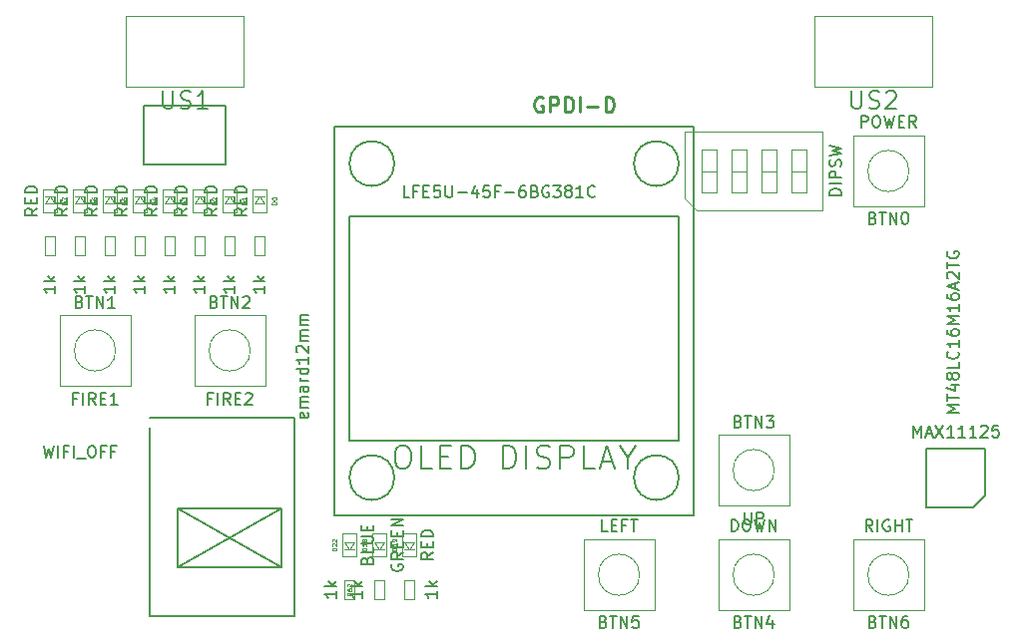
<source format=gbr>
G04 #@! TF.FileFunction,Other,Fab,Top*
%FSLAX46Y46*%
G04 Gerber Fmt 4.6, Leading zero omitted, Abs format (unit mm)*
G04 Created by KiCad (PCBNEW 4.0.7+dfsg1-1) date Mon Jan  8 20:14:45 2018*
%MOMM*%
%LPD*%
G01*
G04 APERTURE LIST*
%ADD10C,0.100000*%
%ADD11C,0.150000*%
%ADD12C,0.075000*%
%ADD13C,0.254000*%
G04 APERTURE END LIST*
D10*
X127990000Y-108880000D02*
X128790000Y-108880000D01*
X127990000Y-110480000D02*
X127990000Y-108880000D01*
X128790000Y-110480000D02*
X127990000Y-110480000D01*
X128790000Y-108880000D02*
X128790000Y-110480000D01*
X131330000Y-110480000D02*
X130530000Y-110480000D01*
X131330000Y-108880000D02*
X131330000Y-110480000D01*
X130530000Y-108880000D02*
X131330000Y-108880000D01*
X130530000Y-110480000D02*
X130530000Y-108880000D01*
X116880000Y-60925000D02*
X116880000Y-66925000D01*
X106880000Y-60925000D02*
X116880000Y-60925000D01*
X106880000Y-66925000D02*
X106880000Y-60925000D01*
X116880000Y-66925000D02*
X106880000Y-66925000D01*
X175300000Y-60925000D02*
X175300000Y-66925000D01*
X165300000Y-60925000D02*
X175300000Y-60925000D01*
X165300000Y-66925000D02*
X165300000Y-60925000D01*
X175300000Y-66925000D02*
X165300000Y-66925000D01*
X118630000Y-81270000D02*
X117830000Y-81270000D01*
X118630000Y-79670000D02*
X118630000Y-81270000D01*
X117830000Y-79670000D02*
X118630000Y-79670000D01*
X117830000Y-81270000D02*
X117830000Y-79670000D01*
X116090000Y-81270000D02*
X115290000Y-81270000D01*
X116090000Y-79670000D02*
X116090000Y-81270000D01*
X115290000Y-79670000D02*
X116090000Y-79670000D01*
X115290000Y-81270000D02*
X115290000Y-79670000D01*
X113550000Y-81270000D02*
X112750000Y-81270000D01*
X113550000Y-79670000D02*
X113550000Y-81270000D01*
X112750000Y-79670000D02*
X113550000Y-79670000D01*
X112750000Y-81270000D02*
X112750000Y-79670000D01*
X111010000Y-81270000D02*
X110210000Y-81270000D01*
X111010000Y-79670000D02*
X111010000Y-81270000D01*
X110210000Y-79670000D02*
X111010000Y-79670000D01*
X110210000Y-81270000D02*
X110210000Y-79670000D01*
X108470000Y-81270000D02*
X107670000Y-81270000D01*
X108470000Y-79670000D02*
X108470000Y-81270000D01*
X107670000Y-79670000D02*
X108470000Y-79670000D01*
X107670000Y-81270000D02*
X107670000Y-79670000D01*
X105930000Y-81270000D02*
X105130000Y-81270000D01*
X105930000Y-79670000D02*
X105930000Y-81270000D01*
X105130000Y-79670000D02*
X105930000Y-79670000D01*
X105130000Y-81270000D02*
X105130000Y-79670000D01*
X103390000Y-81270000D02*
X102590000Y-81270000D01*
X103390000Y-79670000D02*
X103390000Y-81270000D01*
X102590000Y-79670000D02*
X103390000Y-79670000D01*
X102590000Y-81270000D02*
X102590000Y-79670000D01*
X100850000Y-81270000D02*
X100050000Y-81270000D01*
X100850000Y-79670000D02*
X100850000Y-81270000D01*
X100050000Y-79670000D02*
X100850000Y-79670000D01*
X100050000Y-81270000D02*
X100050000Y-79670000D01*
D11*
X178785000Y-102655000D02*
X174785000Y-102655000D01*
X174785000Y-102655000D02*
X174785000Y-97655000D01*
X174785000Y-97655000D02*
X179785000Y-97655000D01*
X179785000Y-97655000D02*
X179785000Y-101655000D01*
X179785000Y-101655000D02*
X178785000Y-102655000D01*
X153790000Y-73485000D02*
G75*
G03X153790000Y-73485000I-1905000J0D01*
G01*
X129660000Y-73485000D02*
G75*
G03X129660000Y-73485000I-1905000J0D01*
G01*
X129660000Y-100155000D02*
G75*
G03X129660000Y-100155000I-1905000J0D01*
G01*
X153790000Y-100155000D02*
G75*
G03X153790000Y-100155000I-1905000J0D01*
G01*
X153790000Y-77930000D02*
X153790000Y-96980000D01*
X125850000Y-77930000D02*
X153790000Y-77930000D01*
X125850000Y-96980000D02*
X125850000Y-77930000D01*
X153790000Y-96980000D02*
X125850000Y-96980000D01*
X155060000Y-70310000D02*
X155060000Y-103330000D01*
X124580000Y-70310000D02*
X155060000Y-70310000D01*
X124580000Y-103330000D02*
X124580000Y-70310000D01*
X155060000Y-103330000D02*
X124580000Y-103330000D01*
D10*
X174570000Y-77120000D02*
X174570000Y-71120000D01*
X174570000Y-71120000D02*
X168570000Y-71120000D01*
X168570000Y-71120000D02*
X168570000Y-77120000D01*
X168570000Y-77120000D02*
X174570000Y-77120000D01*
X173320714Y-74120000D02*
G75*
G03X173320714Y-74120000I-1750714J0D01*
G01*
X101260000Y-86360000D02*
X101260000Y-92360000D01*
X101260000Y-92360000D02*
X107260000Y-92360000D01*
X107260000Y-92360000D02*
X107260000Y-86360000D01*
X107260000Y-86360000D02*
X101260000Y-86360000D01*
X106010714Y-89360000D02*
G75*
G03X106010714Y-89360000I-1750714J0D01*
G01*
X112690000Y-86360000D02*
X112690000Y-92360000D01*
X112690000Y-92360000D02*
X118690000Y-92360000D01*
X118690000Y-92360000D02*
X118690000Y-86360000D01*
X118690000Y-86360000D02*
X112690000Y-86360000D01*
X117440714Y-89360000D02*
G75*
G03X117440714Y-89360000I-1750714J0D01*
G01*
X157140000Y-96520000D02*
X157140000Y-102520000D01*
X157140000Y-102520000D02*
X163140000Y-102520000D01*
X163140000Y-102520000D02*
X163140000Y-96520000D01*
X163140000Y-96520000D02*
X157140000Y-96520000D01*
X161890714Y-99520000D02*
G75*
G03X161890714Y-99520000I-1750714J0D01*
G01*
X163140000Y-111410000D02*
X163140000Y-105410000D01*
X163140000Y-105410000D02*
X157140000Y-105410000D01*
X157140000Y-105410000D02*
X157140000Y-111410000D01*
X157140000Y-111410000D02*
X163140000Y-111410000D01*
X161890714Y-108410000D02*
G75*
G03X161890714Y-108410000I-1750714J0D01*
G01*
X151710000Y-111410000D02*
X151710000Y-105410000D01*
X151710000Y-105410000D02*
X145710000Y-105410000D01*
X145710000Y-105410000D02*
X145710000Y-111410000D01*
X145710000Y-111410000D02*
X151710000Y-111410000D01*
X150460714Y-108410000D02*
G75*
G03X150460714Y-108410000I-1750714J0D01*
G01*
X174570000Y-111410000D02*
X174570000Y-105410000D01*
X174570000Y-105410000D02*
X168570000Y-105410000D01*
X168570000Y-105410000D02*
X168570000Y-111410000D01*
X168570000Y-111410000D02*
X174570000Y-111410000D01*
X173320714Y-108410000D02*
G75*
G03X173320714Y-108410000I-1750714J0D01*
G01*
X154280000Y-76460000D02*
X154280000Y-70780000D01*
X154280000Y-70780000D02*
X166000000Y-70780000D01*
X166000000Y-70780000D02*
X166000000Y-77460000D01*
X166000000Y-77460000D02*
X155280000Y-77460000D01*
X155280000Y-77460000D02*
X154280000Y-76460000D01*
X155695000Y-75930000D02*
X156965000Y-75930000D01*
X156965000Y-75930000D02*
X156965000Y-72310000D01*
X156965000Y-72310000D02*
X155695000Y-72310000D01*
X155695000Y-72310000D02*
X155695000Y-75930000D01*
X155695000Y-74120000D02*
X156965000Y-74120000D01*
X158235000Y-75930000D02*
X159505000Y-75930000D01*
X159505000Y-75930000D02*
X159505000Y-72310000D01*
X159505000Y-72310000D02*
X158235000Y-72310000D01*
X158235000Y-72310000D02*
X158235000Y-75930000D01*
X158235000Y-74120000D02*
X159505000Y-74120000D01*
X160775000Y-75930000D02*
X162045000Y-75930000D01*
X162045000Y-75930000D02*
X162045000Y-72310000D01*
X162045000Y-72310000D02*
X160775000Y-72310000D01*
X160775000Y-72310000D02*
X160775000Y-75930000D01*
X160775000Y-74120000D02*
X162045000Y-74120000D01*
X163315000Y-75930000D02*
X164585000Y-75930000D01*
X164585000Y-75930000D02*
X164585000Y-72310000D01*
X164585000Y-72310000D02*
X163315000Y-72310000D01*
X163315000Y-72310000D02*
X163315000Y-75930000D01*
X163315000Y-74120000D02*
X164585000Y-74120000D01*
X125450000Y-106270000D02*
X126250000Y-106270000D01*
X125850000Y-106270000D02*
X125450000Y-105670000D01*
X126250000Y-105670000D02*
X125850000Y-106270000D01*
X125450000Y-105670000D02*
X126250000Y-105670000D01*
X126450000Y-104870000D02*
X126450000Y-106870000D01*
X125250000Y-104870000D02*
X126450000Y-104870000D01*
X125250000Y-106870000D02*
X125250000Y-104870000D01*
X126450000Y-106870000D02*
X125250000Y-106870000D01*
X125450000Y-108880000D02*
X126250000Y-108880000D01*
X125450000Y-110480000D02*
X125450000Y-108880000D01*
X126250000Y-110480000D02*
X125450000Y-110480000D01*
X126250000Y-108880000D02*
X126250000Y-110480000D01*
X127990000Y-106270000D02*
X128790000Y-106270000D01*
X128390000Y-106270000D02*
X127990000Y-105670000D01*
X128790000Y-105670000D02*
X128390000Y-106270000D01*
X127990000Y-105670000D02*
X128790000Y-105670000D01*
X128990000Y-104870000D02*
X128990000Y-106870000D01*
X127790000Y-104870000D02*
X128990000Y-104870000D01*
X127790000Y-106870000D02*
X127790000Y-104870000D01*
X128990000Y-106870000D02*
X127790000Y-106870000D01*
X118630000Y-76260000D02*
X117830000Y-76260000D01*
X118230000Y-76260000D02*
X118630000Y-76860000D01*
X117830000Y-76860000D02*
X118230000Y-76260000D01*
X118630000Y-76860000D02*
X117830000Y-76860000D01*
X117630000Y-77660000D02*
X117630000Y-75660000D01*
X118830000Y-77660000D02*
X117630000Y-77660000D01*
X118830000Y-75660000D02*
X118830000Y-77660000D01*
X117630000Y-75660000D02*
X118830000Y-75660000D01*
X116090000Y-76260000D02*
X115290000Y-76260000D01*
X115690000Y-76260000D02*
X116090000Y-76860000D01*
X115290000Y-76860000D02*
X115690000Y-76260000D01*
X116090000Y-76860000D02*
X115290000Y-76860000D01*
X115090000Y-77660000D02*
X115090000Y-75660000D01*
X116290000Y-77660000D02*
X115090000Y-77660000D01*
X116290000Y-75660000D02*
X116290000Y-77660000D01*
X115090000Y-75660000D02*
X116290000Y-75660000D01*
X113550000Y-76260000D02*
X112750000Y-76260000D01*
X113150000Y-76260000D02*
X113550000Y-76860000D01*
X112750000Y-76860000D02*
X113150000Y-76260000D01*
X113550000Y-76860000D02*
X112750000Y-76860000D01*
X112550000Y-77660000D02*
X112550000Y-75660000D01*
X113750000Y-77660000D02*
X112550000Y-77660000D01*
X113750000Y-75660000D02*
X113750000Y-77660000D01*
X112550000Y-75660000D02*
X113750000Y-75660000D01*
X111010000Y-76260000D02*
X110210000Y-76260000D01*
X110610000Y-76260000D02*
X111010000Y-76860000D01*
X110210000Y-76860000D02*
X110610000Y-76260000D01*
X111010000Y-76860000D02*
X110210000Y-76860000D01*
X110010000Y-77660000D02*
X110010000Y-75660000D01*
X111210000Y-77660000D02*
X110010000Y-77660000D01*
X111210000Y-75660000D02*
X111210000Y-77660000D01*
X110010000Y-75660000D02*
X111210000Y-75660000D01*
X108470000Y-76260000D02*
X107670000Y-76260000D01*
X108070000Y-76260000D02*
X108470000Y-76860000D01*
X107670000Y-76860000D02*
X108070000Y-76260000D01*
X108470000Y-76860000D02*
X107670000Y-76860000D01*
X107470000Y-77660000D02*
X107470000Y-75660000D01*
X108670000Y-77660000D02*
X107470000Y-77660000D01*
X108670000Y-75660000D02*
X108670000Y-77660000D01*
X107470000Y-75660000D02*
X108670000Y-75660000D01*
X105930000Y-76260000D02*
X105130000Y-76260000D01*
X105530000Y-76260000D02*
X105930000Y-76860000D01*
X105130000Y-76860000D02*
X105530000Y-76260000D01*
X105930000Y-76860000D02*
X105130000Y-76860000D01*
X104930000Y-77660000D02*
X104930000Y-75660000D01*
X106130000Y-77660000D02*
X104930000Y-77660000D01*
X106130000Y-75660000D02*
X106130000Y-77660000D01*
X104930000Y-75660000D02*
X106130000Y-75660000D01*
X103390000Y-76260000D02*
X102590000Y-76260000D01*
X102990000Y-76260000D02*
X103390000Y-76860000D01*
X102590000Y-76860000D02*
X102990000Y-76260000D01*
X103390000Y-76860000D02*
X102590000Y-76860000D01*
X102390000Y-77660000D02*
X102390000Y-75660000D01*
X103590000Y-77660000D02*
X102390000Y-77660000D01*
X103590000Y-75660000D02*
X103590000Y-77660000D01*
X102390000Y-75660000D02*
X103590000Y-75660000D01*
X100850000Y-76260000D02*
X100050000Y-76260000D01*
X100450000Y-76260000D02*
X100850000Y-76860000D01*
X100050000Y-76860000D02*
X100450000Y-76260000D01*
X100850000Y-76860000D02*
X100050000Y-76860000D01*
X99850000Y-77660000D02*
X99850000Y-75660000D01*
X101050000Y-77660000D02*
X99850000Y-77660000D01*
X101050000Y-75660000D02*
X101050000Y-77660000D01*
X99850000Y-75660000D02*
X101050000Y-75660000D01*
X130530000Y-106270000D02*
X131330000Y-106270000D01*
X130930000Y-106270000D02*
X130530000Y-105670000D01*
X131330000Y-105670000D02*
X130930000Y-106270000D01*
X130530000Y-105670000D02*
X131330000Y-105670000D01*
X131530000Y-104870000D02*
X131530000Y-106870000D01*
X130330000Y-104870000D02*
X131530000Y-104870000D01*
X130330000Y-106870000D02*
X130330000Y-104870000D01*
X131530000Y-106870000D02*
X130330000Y-106870000D01*
D11*
X120050000Y-102800000D02*
X111250000Y-107750000D01*
X120050000Y-107750000D02*
X111250000Y-102800000D01*
X120050000Y-102800000D02*
X120050000Y-107750000D01*
X111250000Y-102800000D02*
X111250000Y-107750000D01*
X111250000Y-107750000D02*
X120050000Y-107750000D01*
X120050000Y-102800000D02*
X111250000Y-102800000D01*
X121200000Y-95100000D02*
X108900000Y-95100000D01*
X121200000Y-111900000D02*
X121200000Y-95100000D01*
X108900000Y-111900000D02*
X121200000Y-111900000D01*
X108900000Y-95950000D02*
X108900000Y-111900000D01*
X115380000Y-68572000D02*
X115380000Y-73572000D01*
X108380000Y-68572000D02*
X115380000Y-68572000D01*
X108380000Y-73572000D02*
X108380000Y-68572000D01*
X115380000Y-73572000D02*
X108380000Y-73572000D01*
X99894762Y-97448381D02*
X100132857Y-98448381D01*
X100323334Y-97734095D01*
X100513810Y-98448381D01*
X100751905Y-97448381D01*
X101132857Y-98448381D02*
X101132857Y-97448381D01*
X101942381Y-97924571D02*
X101609047Y-97924571D01*
X101609047Y-98448381D02*
X101609047Y-97448381D01*
X102085238Y-97448381D01*
X102466190Y-98448381D02*
X102466190Y-97448381D01*
X102704285Y-98543619D02*
X103466190Y-98543619D01*
X103894761Y-97448381D02*
X104085238Y-97448381D01*
X104180476Y-97496000D01*
X104275714Y-97591238D01*
X104323333Y-97781714D01*
X104323333Y-98115048D01*
X104275714Y-98305524D01*
X104180476Y-98400762D01*
X104085238Y-98448381D01*
X103894761Y-98448381D01*
X103799523Y-98400762D01*
X103704285Y-98305524D01*
X103656666Y-98115048D01*
X103656666Y-97781714D01*
X103704285Y-97591238D01*
X103799523Y-97496000D01*
X103894761Y-97448381D01*
X105085238Y-97924571D02*
X104751904Y-97924571D01*
X104751904Y-98448381D02*
X104751904Y-97448381D01*
X105228095Y-97448381D01*
X105942381Y-97924571D02*
X105609047Y-97924571D01*
X105609047Y-98448381D02*
X105609047Y-97448381D01*
X106085238Y-97448381D01*
X126942381Y-109799047D02*
X126942381Y-110370476D01*
X126942381Y-110084762D02*
X125942381Y-110084762D01*
X126085238Y-110180000D01*
X126180476Y-110275238D01*
X126228095Y-110370476D01*
X126942381Y-109370476D02*
X125942381Y-109370476D01*
X126561429Y-109275238D02*
X126942381Y-108989523D01*
X126275714Y-108989523D02*
X126656667Y-109370476D01*
X133282381Y-109799047D02*
X133282381Y-110370476D01*
X133282381Y-110084762D02*
X132282381Y-110084762D01*
X132425238Y-110180000D01*
X132520476Y-110275238D01*
X132568095Y-110370476D01*
X133282381Y-109370476D02*
X132282381Y-109370476D01*
X132901429Y-109275238D02*
X133282381Y-108989523D01*
X132615714Y-108989523D02*
X132996667Y-109370476D01*
X110022858Y-67329571D02*
X110022858Y-68543857D01*
X110094286Y-68686714D01*
X110165715Y-68758143D01*
X110308572Y-68829571D01*
X110594286Y-68829571D01*
X110737144Y-68758143D01*
X110808572Y-68686714D01*
X110880001Y-68543857D01*
X110880001Y-67329571D01*
X111522858Y-68758143D02*
X111737144Y-68829571D01*
X112094287Y-68829571D01*
X112237144Y-68758143D01*
X112308573Y-68686714D01*
X112380001Y-68543857D01*
X112380001Y-68401000D01*
X112308573Y-68258143D01*
X112237144Y-68186714D01*
X112094287Y-68115286D01*
X111808573Y-68043857D01*
X111665715Y-67972429D01*
X111594287Y-67901000D01*
X111522858Y-67758143D01*
X111522858Y-67615286D01*
X111594287Y-67472429D01*
X111665715Y-67401000D01*
X111808573Y-67329571D01*
X112165715Y-67329571D01*
X112380001Y-67401000D01*
X113808572Y-68829571D02*
X112951429Y-68829571D01*
X113380001Y-68829571D02*
X113380001Y-67329571D01*
X113237144Y-67543857D01*
X113094286Y-67686714D01*
X112951429Y-67758143D01*
X168442858Y-67329571D02*
X168442858Y-68543857D01*
X168514286Y-68686714D01*
X168585715Y-68758143D01*
X168728572Y-68829571D01*
X169014286Y-68829571D01*
X169157144Y-68758143D01*
X169228572Y-68686714D01*
X169300001Y-68543857D01*
X169300001Y-67329571D01*
X169942858Y-68758143D02*
X170157144Y-68829571D01*
X170514287Y-68829571D01*
X170657144Y-68758143D01*
X170728573Y-68686714D01*
X170800001Y-68543857D01*
X170800001Y-68401000D01*
X170728573Y-68258143D01*
X170657144Y-68186714D01*
X170514287Y-68115286D01*
X170228573Y-68043857D01*
X170085715Y-67972429D01*
X170014287Y-67901000D01*
X169942858Y-67758143D01*
X169942858Y-67615286D01*
X170014287Y-67472429D01*
X170085715Y-67401000D01*
X170228573Y-67329571D01*
X170585715Y-67329571D01*
X170800001Y-67401000D01*
X171371429Y-67472429D02*
X171442858Y-67401000D01*
X171585715Y-67329571D01*
X171942858Y-67329571D01*
X172085715Y-67401000D01*
X172157144Y-67472429D01*
X172228572Y-67615286D01*
X172228572Y-67758143D01*
X172157144Y-67972429D01*
X171300001Y-68829571D01*
X172228572Y-68829571D01*
X118682381Y-83891047D02*
X118682381Y-84462476D01*
X118682381Y-84176762D02*
X117682381Y-84176762D01*
X117825238Y-84272000D01*
X117920476Y-84367238D01*
X117968095Y-84462476D01*
X118682381Y-83462476D02*
X117682381Y-83462476D01*
X118301429Y-83367238D02*
X118682381Y-83081523D01*
X118015714Y-83081523D02*
X118396667Y-83462476D01*
X116142381Y-83891047D02*
X116142381Y-84462476D01*
X116142381Y-84176762D02*
X115142381Y-84176762D01*
X115285238Y-84272000D01*
X115380476Y-84367238D01*
X115428095Y-84462476D01*
X116142381Y-83462476D02*
X115142381Y-83462476D01*
X115761429Y-83367238D02*
X116142381Y-83081523D01*
X115475714Y-83081523D02*
X115856667Y-83462476D01*
X113602381Y-83891047D02*
X113602381Y-84462476D01*
X113602381Y-84176762D02*
X112602381Y-84176762D01*
X112745238Y-84272000D01*
X112840476Y-84367238D01*
X112888095Y-84462476D01*
X113602381Y-83462476D02*
X112602381Y-83462476D01*
X113221429Y-83367238D02*
X113602381Y-83081523D01*
X112935714Y-83081523D02*
X113316667Y-83462476D01*
X111062381Y-83891047D02*
X111062381Y-84462476D01*
X111062381Y-84176762D02*
X110062381Y-84176762D01*
X110205238Y-84272000D01*
X110300476Y-84367238D01*
X110348095Y-84462476D01*
X111062381Y-83462476D02*
X110062381Y-83462476D01*
X110681429Y-83367238D02*
X111062381Y-83081523D01*
X110395714Y-83081523D02*
X110776667Y-83462476D01*
X108522381Y-83891047D02*
X108522381Y-84462476D01*
X108522381Y-84176762D02*
X107522381Y-84176762D01*
X107665238Y-84272000D01*
X107760476Y-84367238D01*
X107808095Y-84462476D01*
X108522381Y-83462476D02*
X107522381Y-83462476D01*
X108141429Y-83367238D02*
X108522381Y-83081523D01*
X107855714Y-83081523D02*
X108236667Y-83462476D01*
X105982381Y-83891047D02*
X105982381Y-84462476D01*
X105982381Y-84176762D02*
X104982381Y-84176762D01*
X105125238Y-84272000D01*
X105220476Y-84367238D01*
X105268095Y-84462476D01*
X105982381Y-83462476D02*
X104982381Y-83462476D01*
X105601429Y-83367238D02*
X105982381Y-83081523D01*
X105315714Y-83081523D02*
X105696667Y-83462476D01*
X103442381Y-83891047D02*
X103442381Y-84462476D01*
X103442381Y-84176762D02*
X102442381Y-84176762D01*
X102585238Y-84272000D01*
X102680476Y-84367238D01*
X102728095Y-84462476D01*
X103442381Y-83462476D02*
X102442381Y-83462476D01*
X103061429Y-83367238D02*
X103442381Y-83081523D01*
X102775714Y-83081523D02*
X103156667Y-83462476D01*
X100902381Y-83891047D02*
X100902381Y-84462476D01*
X100902381Y-84176762D02*
X99902381Y-84176762D01*
X100045238Y-84272000D01*
X100140476Y-84367238D01*
X100188095Y-84462476D01*
X100902381Y-83462476D02*
X99902381Y-83462476D01*
X100521429Y-83367238D02*
X100902381Y-83081523D01*
X100235714Y-83081523D02*
X100616667Y-83462476D01*
X173665952Y-96732381D02*
X173665952Y-95732381D01*
X173999286Y-96446667D01*
X174332619Y-95732381D01*
X174332619Y-96732381D01*
X174761190Y-96446667D02*
X175237381Y-96446667D01*
X174665952Y-96732381D02*
X174999285Y-95732381D01*
X175332619Y-96732381D01*
X175570714Y-95732381D02*
X176237381Y-96732381D01*
X176237381Y-95732381D02*
X175570714Y-96732381D01*
X177142143Y-96732381D02*
X176570714Y-96732381D01*
X176856428Y-96732381D02*
X176856428Y-95732381D01*
X176761190Y-95875238D01*
X176665952Y-95970476D01*
X176570714Y-96018095D01*
X178094524Y-96732381D02*
X177523095Y-96732381D01*
X177808809Y-96732381D02*
X177808809Y-95732381D01*
X177713571Y-95875238D01*
X177618333Y-95970476D01*
X177523095Y-96018095D01*
X179046905Y-96732381D02*
X178475476Y-96732381D01*
X178761190Y-96732381D02*
X178761190Y-95732381D01*
X178665952Y-95875238D01*
X178570714Y-95970476D01*
X178475476Y-96018095D01*
X179427857Y-95827619D02*
X179475476Y-95780000D01*
X179570714Y-95732381D01*
X179808810Y-95732381D01*
X179904048Y-95780000D01*
X179951667Y-95827619D01*
X179999286Y-95922857D01*
X179999286Y-96018095D01*
X179951667Y-96160952D01*
X179380238Y-96732381D01*
X179999286Y-96732381D01*
X180904048Y-95732381D02*
X180427857Y-95732381D01*
X180380238Y-96208571D01*
X180427857Y-96160952D01*
X180523095Y-96113333D01*
X180761191Y-96113333D01*
X180856429Y-96160952D01*
X180904048Y-96208571D01*
X180951667Y-96303810D01*
X180951667Y-96541905D01*
X180904048Y-96637143D01*
X180856429Y-96684762D01*
X180761191Y-96732381D01*
X180523095Y-96732381D01*
X180427857Y-96684762D01*
X180380238Y-96637143D01*
X130200952Y-97408762D02*
X130581904Y-97408762D01*
X130772380Y-97504000D01*
X130962857Y-97694476D01*
X131058095Y-98075429D01*
X131058095Y-98742095D01*
X130962857Y-99123048D01*
X130772380Y-99313524D01*
X130581904Y-99408762D01*
X130200952Y-99408762D01*
X130010476Y-99313524D01*
X129819999Y-99123048D01*
X129724761Y-98742095D01*
X129724761Y-98075429D01*
X129819999Y-97694476D01*
X130010476Y-97504000D01*
X130200952Y-97408762D01*
X132867618Y-99408762D02*
X131915237Y-99408762D01*
X131915237Y-97408762D01*
X133534285Y-98361143D02*
X134200952Y-98361143D01*
X134486666Y-99408762D02*
X133534285Y-99408762D01*
X133534285Y-97408762D01*
X134486666Y-97408762D01*
X135343809Y-99408762D02*
X135343809Y-97408762D01*
X135820000Y-97408762D01*
X136105714Y-97504000D01*
X136296190Y-97694476D01*
X136391429Y-97884952D01*
X136486667Y-98265905D01*
X136486667Y-98551619D01*
X136391429Y-98932571D01*
X136296190Y-99123048D01*
X136105714Y-99313524D01*
X135820000Y-99408762D01*
X135343809Y-99408762D01*
X138867619Y-99408762D02*
X138867619Y-97408762D01*
X139343810Y-97408762D01*
X139629524Y-97504000D01*
X139820000Y-97694476D01*
X139915239Y-97884952D01*
X140010477Y-98265905D01*
X140010477Y-98551619D01*
X139915239Y-98932571D01*
X139820000Y-99123048D01*
X139629524Y-99313524D01*
X139343810Y-99408762D01*
X138867619Y-99408762D01*
X140867619Y-99408762D02*
X140867619Y-97408762D01*
X141724762Y-99313524D02*
X142010477Y-99408762D01*
X142486667Y-99408762D01*
X142677143Y-99313524D01*
X142772381Y-99218286D01*
X142867620Y-99027810D01*
X142867620Y-98837333D01*
X142772381Y-98646857D01*
X142677143Y-98551619D01*
X142486667Y-98456381D01*
X142105715Y-98361143D01*
X141915239Y-98265905D01*
X141820000Y-98170667D01*
X141724762Y-97980190D01*
X141724762Y-97789714D01*
X141820000Y-97599238D01*
X141915239Y-97504000D01*
X142105715Y-97408762D01*
X142581905Y-97408762D01*
X142867620Y-97504000D01*
X143724762Y-99408762D02*
X143724762Y-97408762D01*
X144486667Y-97408762D01*
X144677143Y-97504000D01*
X144772382Y-97599238D01*
X144867620Y-97789714D01*
X144867620Y-98075429D01*
X144772382Y-98265905D01*
X144677143Y-98361143D01*
X144486667Y-98456381D01*
X143724762Y-98456381D01*
X146677143Y-99408762D02*
X145724762Y-99408762D01*
X145724762Y-97408762D01*
X147248572Y-98837333D02*
X148200953Y-98837333D01*
X147058096Y-99408762D02*
X147724763Y-97408762D01*
X148391430Y-99408762D01*
X149439049Y-98456381D02*
X149439049Y-99408762D01*
X148772382Y-97408762D02*
X149439049Y-98456381D01*
X150105716Y-97408762D01*
X169260476Y-70422381D02*
X169260476Y-69422381D01*
X169641429Y-69422381D01*
X169736667Y-69470000D01*
X169784286Y-69517619D01*
X169831905Y-69612857D01*
X169831905Y-69755714D01*
X169784286Y-69850952D01*
X169736667Y-69898571D01*
X169641429Y-69946190D01*
X169260476Y-69946190D01*
X170450952Y-69422381D02*
X170641429Y-69422381D01*
X170736667Y-69470000D01*
X170831905Y-69565238D01*
X170879524Y-69755714D01*
X170879524Y-70089048D01*
X170831905Y-70279524D01*
X170736667Y-70374762D01*
X170641429Y-70422381D01*
X170450952Y-70422381D01*
X170355714Y-70374762D01*
X170260476Y-70279524D01*
X170212857Y-70089048D01*
X170212857Y-69755714D01*
X170260476Y-69565238D01*
X170355714Y-69470000D01*
X170450952Y-69422381D01*
X171212857Y-69422381D02*
X171450952Y-70422381D01*
X171641429Y-69708095D01*
X171831905Y-70422381D01*
X172070000Y-69422381D01*
X172450952Y-69898571D02*
X172784286Y-69898571D01*
X172927143Y-70422381D02*
X172450952Y-70422381D01*
X172450952Y-69422381D01*
X172927143Y-69422381D01*
X173927143Y-70422381D02*
X173593809Y-69946190D01*
X173355714Y-70422381D02*
X173355714Y-69422381D01*
X173736667Y-69422381D01*
X173831905Y-69470000D01*
X173879524Y-69517619D01*
X173927143Y-69612857D01*
X173927143Y-69755714D01*
X173879524Y-69850952D01*
X173831905Y-69898571D01*
X173736667Y-69946190D01*
X173355714Y-69946190D01*
X170260477Y-78098571D02*
X170403334Y-78146190D01*
X170450953Y-78193810D01*
X170498572Y-78289048D01*
X170498572Y-78431905D01*
X170450953Y-78527143D01*
X170403334Y-78574762D01*
X170308096Y-78622381D01*
X169927143Y-78622381D01*
X169927143Y-77622381D01*
X170260477Y-77622381D01*
X170355715Y-77670000D01*
X170403334Y-77717619D01*
X170450953Y-77812857D01*
X170450953Y-77908095D01*
X170403334Y-78003333D01*
X170355715Y-78050952D01*
X170260477Y-78098571D01*
X169927143Y-78098571D01*
X170784286Y-77622381D02*
X171355715Y-77622381D01*
X171070000Y-78622381D02*
X171070000Y-77622381D01*
X171689048Y-78622381D02*
X171689048Y-77622381D01*
X172260477Y-78622381D01*
X172260477Y-77622381D01*
X172927143Y-77622381D02*
X173022382Y-77622381D01*
X173117620Y-77670000D01*
X173165239Y-77717619D01*
X173212858Y-77812857D01*
X173260477Y-78003333D01*
X173260477Y-78241429D01*
X173212858Y-78431905D01*
X173165239Y-78527143D01*
X173117620Y-78574762D01*
X173022382Y-78622381D01*
X172927143Y-78622381D01*
X172831905Y-78574762D01*
X172784286Y-78527143D01*
X172736667Y-78431905D01*
X172689048Y-78241429D01*
X172689048Y-78003333D01*
X172736667Y-77812857D01*
X172784286Y-77717619D01*
X172831905Y-77670000D01*
X172927143Y-77622381D01*
X102736191Y-93438571D02*
X102402857Y-93438571D01*
X102402857Y-93962381D02*
X102402857Y-92962381D01*
X102879048Y-92962381D01*
X103260000Y-93962381D02*
X103260000Y-92962381D01*
X104307619Y-93962381D02*
X103974285Y-93486190D01*
X103736190Y-93962381D02*
X103736190Y-92962381D01*
X104117143Y-92962381D01*
X104212381Y-93010000D01*
X104260000Y-93057619D01*
X104307619Y-93152857D01*
X104307619Y-93295714D01*
X104260000Y-93390952D01*
X104212381Y-93438571D01*
X104117143Y-93486190D01*
X103736190Y-93486190D01*
X104736190Y-93438571D02*
X105069524Y-93438571D01*
X105212381Y-93962381D02*
X104736190Y-93962381D01*
X104736190Y-92962381D01*
X105212381Y-92962381D01*
X106164762Y-93962381D02*
X105593333Y-93962381D01*
X105879047Y-93962381D02*
X105879047Y-92962381D01*
X105783809Y-93105238D01*
X105688571Y-93200476D01*
X105593333Y-93248095D01*
X102950477Y-85238571D02*
X103093334Y-85286190D01*
X103140953Y-85333810D01*
X103188572Y-85429048D01*
X103188572Y-85571905D01*
X103140953Y-85667143D01*
X103093334Y-85714762D01*
X102998096Y-85762381D01*
X102617143Y-85762381D01*
X102617143Y-84762381D01*
X102950477Y-84762381D01*
X103045715Y-84810000D01*
X103093334Y-84857619D01*
X103140953Y-84952857D01*
X103140953Y-85048095D01*
X103093334Y-85143333D01*
X103045715Y-85190952D01*
X102950477Y-85238571D01*
X102617143Y-85238571D01*
X103474286Y-84762381D02*
X104045715Y-84762381D01*
X103760000Y-85762381D02*
X103760000Y-84762381D01*
X104379048Y-85762381D02*
X104379048Y-84762381D01*
X104950477Y-85762381D01*
X104950477Y-84762381D01*
X105950477Y-85762381D02*
X105379048Y-85762381D01*
X105664762Y-85762381D02*
X105664762Y-84762381D01*
X105569524Y-84905238D01*
X105474286Y-85000476D01*
X105379048Y-85048095D01*
X114166191Y-93438571D02*
X113832857Y-93438571D01*
X113832857Y-93962381D02*
X113832857Y-92962381D01*
X114309048Y-92962381D01*
X114690000Y-93962381D02*
X114690000Y-92962381D01*
X115737619Y-93962381D02*
X115404285Y-93486190D01*
X115166190Y-93962381D02*
X115166190Y-92962381D01*
X115547143Y-92962381D01*
X115642381Y-93010000D01*
X115690000Y-93057619D01*
X115737619Y-93152857D01*
X115737619Y-93295714D01*
X115690000Y-93390952D01*
X115642381Y-93438571D01*
X115547143Y-93486190D01*
X115166190Y-93486190D01*
X116166190Y-93438571D02*
X116499524Y-93438571D01*
X116642381Y-93962381D02*
X116166190Y-93962381D01*
X116166190Y-92962381D01*
X116642381Y-92962381D01*
X117023333Y-93057619D02*
X117070952Y-93010000D01*
X117166190Y-92962381D01*
X117404286Y-92962381D01*
X117499524Y-93010000D01*
X117547143Y-93057619D01*
X117594762Y-93152857D01*
X117594762Y-93248095D01*
X117547143Y-93390952D01*
X116975714Y-93962381D01*
X117594762Y-93962381D01*
X114380477Y-85238571D02*
X114523334Y-85286190D01*
X114570953Y-85333810D01*
X114618572Y-85429048D01*
X114618572Y-85571905D01*
X114570953Y-85667143D01*
X114523334Y-85714762D01*
X114428096Y-85762381D01*
X114047143Y-85762381D01*
X114047143Y-84762381D01*
X114380477Y-84762381D01*
X114475715Y-84810000D01*
X114523334Y-84857619D01*
X114570953Y-84952857D01*
X114570953Y-85048095D01*
X114523334Y-85143333D01*
X114475715Y-85190952D01*
X114380477Y-85238571D01*
X114047143Y-85238571D01*
X114904286Y-84762381D02*
X115475715Y-84762381D01*
X115190000Y-85762381D02*
X115190000Y-84762381D01*
X115809048Y-85762381D02*
X115809048Y-84762381D01*
X116380477Y-85762381D01*
X116380477Y-84762381D01*
X116809048Y-84857619D02*
X116856667Y-84810000D01*
X116951905Y-84762381D01*
X117190001Y-84762381D01*
X117285239Y-84810000D01*
X117332858Y-84857619D01*
X117380477Y-84952857D01*
X117380477Y-85048095D01*
X117332858Y-85190952D01*
X116761429Y-85762381D01*
X117380477Y-85762381D01*
X159354286Y-103122381D02*
X159354286Y-103931905D01*
X159401905Y-104027143D01*
X159449524Y-104074762D01*
X159544762Y-104122381D01*
X159735239Y-104122381D01*
X159830477Y-104074762D01*
X159878096Y-104027143D01*
X159925715Y-103931905D01*
X159925715Y-103122381D01*
X160401905Y-104122381D02*
X160401905Y-103122381D01*
X160782858Y-103122381D01*
X160878096Y-103170000D01*
X160925715Y-103217619D01*
X160973334Y-103312857D01*
X160973334Y-103455714D01*
X160925715Y-103550952D01*
X160878096Y-103598571D01*
X160782858Y-103646190D01*
X160401905Y-103646190D01*
X158830477Y-95398571D02*
X158973334Y-95446190D01*
X159020953Y-95493810D01*
X159068572Y-95589048D01*
X159068572Y-95731905D01*
X159020953Y-95827143D01*
X158973334Y-95874762D01*
X158878096Y-95922381D01*
X158497143Y-95922381D01*
X158497143Y-94922381D01*
X158830477Y-94922381D01*
X158925715Y-94970000D01*
X158973334Y-95017619D01*
X159020953Y-95112857D01*
X159020953Y-95208095D01*
X158973334Y-95303333D01*
X158925715Y-95350952D01*
X158830477Y-95398571D01*
X158497143Y-95398571D01*
X159354286Y-94922381D02*
X159925715Y-94922381D01*
X159640000Y-95922381D02*
X159640000Y-94922381D01*
X160259048Y-95922381D02*
X160259048Y-94922381D01*
X160830477Y-95922381D01*
X160830477Y-94922381D01*
X161211429Y-94922381D02*
X161830477Y-94922381D01*
X161497143Y-95303333D01*
X161640001Y-95303333D01*
X161735239Y-95350952D01*
X161782858Y-95398571D01*
X161830477Y-95493810D01*
X161830477Y-95731905D01*
X161782858Y-95827143D01*
X161735239Y-95874762D01*
X161640001Y-95922381D01*
X161354286Y-95922381D01*
X161259048Y-95874762D01*
X161211429Y-95827143D01*
X158259048Y-104712381D02*
X158259048Y-103712381D01*
X158497143Y-103712381D01*
X158640001Y-103760000D01*
X158735239Y-103855238D01*
X158782858Y-103950476D01*
X158830477Y-104140952D01*
X158830477Y-104283810D01*
X158782858Y-104474286D01*
X158735239Y-104569524D01*
X158640001Y-104664762D01*
X158497143Y-104712381D01*
X158259048Y-104712381D01*
X159449524Y-103712381D02*
X159640001Y-103712381D01*
X159735239Y-103760000D01*
X159830477Y-103855238D01*
X159878096Y-104045714D01*
X159878096Y-104379048D01*
X159830477Y-104569524D01*
X159735239Y-104664762D01*
X159640001Y-104712381D01*
X159449524Y-104712381D01*
X159354286Y-104664762D01*
X159259048Y-104569524D01*
X159211429Y-104379048D01*
X159211429Y-104045714D01*
X159259048Y-103855238D01*
X159354286Y-103760000D01*
X159449524Y-103712381D01*
X160211429Y-103712381D02*
X160449524Y-104712381D01*
X160640001Y-103998095D01*
X160830477Y-104712381D01*
X161068572Y-103712381D01*
X161449524Y-104712381D02*
X161449524Y-103712381D01*
X162020953Y-104712381D01*
X162020953Y-103712381D01*
X158830477Y-112388571D02*
X158973334Y-112436190D01*
X159020953Y-112483810D01*
X159068572Y-112579048D01*
X159068572Y-112721905D01*
X159020953Y-112817143D01*
X158973334Y-112864762D01*
X158878096Y-112912381D01*
X158497143Y-112912381D01*
X158497143Y-111912381D01*
X158830477Y-111912381D01*
X158925715Y-111960000D01*
X158973334Y-112007619D01*
X159020953Y-112102857D01*
X159020953Y-112198095D01*
X158973334Y-112293333D01*
X158925715Y-112340952D01*
X158830477Y-112388571D01*
X158497143Y-112388571D01*
X159354286Y-111912381D02*
X159925715Y-111912381D01*
X159640000Y-112912381D02*
X159640000Y-111912381D01*
X160259048Y-112912381D02*
X160259048Y-111912381D01*
X160830477Y-112912381D01*
X160830477Y-111912381D01*
X161735239Y-112245714D02*
X161735239Y-112912381D01*
X161497143Y-111864762D02*
X161259048Y-112579048D01*
X161878096Y-112579048D01*
X147757619Y-104712381D02*
X147281428Y-104712381D01*
X147281428Y-103712381D01*
X148090952Y-104188571D02*
X148424286Y-104188571D01*
X148567143Y-104712381D02*
X148090952Y-104712381D01*
X148090952Y-103712381D01*
X148567143Y-103712381D01*
X149329048Y-104188571D02*
X148995714Y-104188571D01*
X148995714Y-104712381D02*
X148995714Y-103712381D01*
X149471905Y-103712381D01*
X149710000Y-103712381D02*
X150281429Y-103712381D01*
X149995714Y-104712381D02*
X149995714Y-103712381D01*
X147400477Y-112388571D02*
X147543334Y-112436190D01*
X147590953Y-112483810D01*
X147638572Y-112579048D01*
X147638572Y-112721905D01*
X147590953Y-112817143D01*
X147543334Y-112864762D01*
X147448096Y-112912381D01*
X147067143Y-112912381D01*
X147067143Y-111912381D01*
X147400477Y-111912381D01*
X147495715Y-111960000D01*
X147543334Y-112007619D01*
X147590953Y-112102857D01*
X147590953Y-112198095D01*
X147543334Y-112293333D01*
X147495715Y-112340952D01*
X147400477Y-112388571D01*
X147067143Y-112388571D01*
X147924286Y-111912381D02*
X148495715Y-111912381D01*
X148210000Y-112912381D02*
X148210000Y-111912381D01*
X148829048Y-112912381D02*
X148829048Y-111912381D01*
X149400477Y-112912381D01*
X149400477Y-111912381D01*
X150352858Y-111912381D02*
X149876667Y-111912381D01*
X149829048Y-112388571D01*
X149876667Y-112340952D01*
X149971905Y-112293333D01*
X150210001Y-112293333D01*
X150305239Y-112340952D01*
X150352858Y-112388571D01*
X150400477Y-112483810D01*
X150400477Y-112721905D01*
X150352858Y-112817143D01*
X150305239Y-112864762D01*
X150210001Y-112912381D01*
X149971905Y-112912381D01*
X149876667Y-112864762D01*
X149829048Y-112817143D01*
X170236667Y-104712381D02*
X169903333Y-104236190D01*
X169665238Y-104712381D02*
X169665238Y-103712381D01*
X170046191Y-103712381D01*
X170141429Y-103760000D01*
X170189048Y-103807619D01*
X170236667Y-103902857D01*
X170236667Y-104045714D01*
X170189048Y-104140952D01*
X170141429Y-104188571D01*
X170046191Y-104236190D01*
X169665238Y-104236190D01*
X170665238Y-104712381D02*
X170665238Y-103712381D01*
X171665238Y-103760000D02*
X171570000Y-103712381D01*
X171427143Y-103712381D01*
X171284285Y-103760000D01*
X171189047Y-103855238D01*
X171141428Y-103950476D01*
X171093809Y-104140952D01*
X171093809Y-104283810D01*
X171141428Y-104474286D01*
X171189047Y-104569524D01*
X171284285Y-104664762D01*
X171427143Y-104712381D01*
X171522381Y-104712381D01*
X171665238Y-104664762D01*
X171712857Y-104617143D01*
X171712857Y-104283810D01*
X171522381Y-104283810D01*
X172141428Y-104712381D02*
X172141428Y-103712381D01*
X172141428Y-104188571D02*
X172712857Y-104188571D01*
X172712857Y-104712381D02*
X172712857Y-103712381D01*
X173046190Y-103712381D02*
X173617619Y-103712381D01*
X173331904Y-104712381D02*
X173331904Y-103712381D01*
X170260477Y-112388571D02*
X170403334Y-112436190D01*
X170450953Y-112483810D01*
X170498572Y-112579048D01*
X170498572Y-112721905D01*
X170450953Y-112817143D01*
X170403334Y-112864762D01*
X170308096Y-112912381D01*
X169927143Y-112912381D01*
X169927143Y-111912381D01*
X170260477Y-111912381D01*
X170355715Y-111960000D01*
X170403334Y-112007619D01*
X170450953Y-112102857D01*
X170450953Y-112198095D01*
X170403334Y-112293333D01*
X170355715Y-112340952D01*
X170260477Y-112388571D01*
X169927143Y-112388571D01*
X170784286Y-111912381D02*
X171355715Y-111912381D01*
X171070000Y-112912381D02*
X171070000Y-111912381D01*
X171689048Y-112912381D02*
X171689048Y-111912381D01*
X172260477Y-112912381D01*
X172260477Y-111912381D01*
X173165239Y-111912381D02*
X172974762Y-111912381D01*
X172879524Y-111960000D01*
X172831905Y-112007619D01*
X172736667Y-112150476D01*
X172689048Y-112340952D01*
X172689048Y-112721905D01*
X172736667Y-112817143D01*
X172784286Y-112864762D01*
X172879524Y-112912381D01*
X173070001Y-112912381D01*
X173165239Y-112864762D01*
X173212858Y-112817143D01*
X173260477Y-112721905D01*
X173260477Y-112483810D01*
X173212858Y-112388571D01*
X173165239Y-112340952D01*
X173070001Y-112293333D01*
X172879524Y-112293333D01*
X172784286Y-112340952D01*
X172736667Y-112388571D01*
X172689048Y-112483810D01*
X167572381Y-76167619D02*
X166572381Y-76167619D01*
X166572381Y-75929524D01*
X166620000Y-75786666D01*
X166715238Y-75691428D01*
X166810476Y-75643809D01*
X167000952Y-75596190D01*
X167143810Y-75596190D01*
X167334286Y-75643809D01*
X167429524Y-75691428D01*
X167524762Y-75786666D01*
X167572381Y-75929524D01*
X167572381Y-76167619D01*
X167572381Y-75167619D02*
X166572381Y-75167619D01*
X167572381Y-74691429D02*
X166572381Y-74691429D01*
X166572381Y-74310476D01*
X166620000Y-74215238D01*
X166667619Y-74167619D01*
X166762857Y-74120000D01*
X166905714Y-74120000D01*
X167000952Y-74167619D01*
X167048571Y-74215238D01*
X167096190Y-74310476D01*
X167096190Y-74691429D01*
X167524762Y-73739048D02*
X167572381Y-73596191D01*
X167572381Y-73358095D01*
X167524762Y-73262857D01*
X167477143Y-73215238D01*
X167381905Y-73167619D01*
X167286667Y-73167619D01*
X167191429Y-73215238D01*
X167143810Y-73262857D01*
X167096190Y-73358095D01*
X167048571Y-73548572D01*
X167000952Y-73643810D01*
X166953333Y-73691429D01*
X166858095Y-73739048D01*
X166762857Y-73739048D01*
X166667619Y-73691429D01*
X166620000Y-73643810D01*
X166572381Y-73548572D01*
X166572381Y-73310476D01*
X166620000Y-73167619D01*
X166572381Y-72834286D02*
X167572381Y-72596191D01*
X166858095Y-72405714D01*
X167572381Y-72215238D01*
X166572381Y-71977143D01*
X130954762Y-76350381D02*
X130478571Y-76350381D01*
X130478571Y-75350381D01*
X131621429Y-75826571D02*
X131288095Y-75826571D01*
X131288095Y-76350381D02*
X131288095Y-75350381D01*
X131764286Y-75350381D01*
X132145238Y-75826571D02*
X132478572Y-75826571D01*
X132621429Y-76350381D02*
X132145238Y-76350381D01*
X132145238Y-75350381D01*
X132621429Y-75350381D01*
X133526191Y-75350381D02*
X133050000Y-75350381D01*
X133002381Y-75826571D01*
X133050000Y-75778952D01*
X133145238Y-75731333D01*
X133383334Y-75731333D01*
X133478572Y-75778952D01*
X133526191Y-75826571D01*
X133573810Y-75921810D01*
X133573810Y-76159905D01*
X133526191Y-76255143D01*
X133478572Y-76302762D01*
X133383334Y-76350381D01*
X133145238Y-76350381D01*
X133050000Y-76302762D01*
X133002381Y-76255143D01*
X134002381Y-75350381D02*
X134002381Y-76159905D01*
X134050000Y-76255143D01*
X134097619Y-76302762D01*
X134192857Y-76350381D01*
X134383334Y-76350381D01*
X134478572Y-76302762D01*
X134526191Y-76255143D01*
X134573810Y-76159905D01*
X134573810Y-75350381D01*
X135050000Y-75969429D02*
X135811905Y-75969429D01*
X136716667Y-75683714D02*
X136716667Y-76350381D01*
X136478571Y-75302762D02*
X136240476Y-76017048D01*
X136859524Y-76017048D01*
X137716667Y-75350381D02*
X137240476Y-75350381D01*
X137192857Y-75826571D01*
X137240476Y-75778952D01*
X137335714Y-75731333D01*
X137573810Y-75731333D01*
X137669048Y-75778952D01*
X137716667Y-75826571D01*
X137764286Y-75921810D01*
X137764286Y-76159905D01*
X137716667Y-76255143D01*
X137669048Y-76302762D01*
X137573810Y-76350381D01*
X137335714Y-76350381D01*
X137240476Y-76302762D01*
X137192857Y-76255143D01*
X138526191Y-75826571D02*
X138192857Y-75826571D01*
X138192857Y-76350381D02*
X138192857Y-75350381D01*
X138669048Y-75350381D01*
X139050000Y-75969429D02*
X139811905Y-75969429D01*
X140716667Y-75350381D02*
X140526190Y-75350381D01*
X140430952Y-75398000D01*
X140383333Y-75445619D01*
X140288095Y-75588476D01*
X140240476Y-75778952D01*
X140240476Y-76159905D01*
X140288095Y-76255143D01*
X140335714Y-76302762D01*
X140430952Y-76350381D01*
X140621429Y-76350381D01*
X140716667Y-76302762D01*
X140764286Y-76255143D01*
X140811905Y-76159905D01*
X140811905Y-75921810D01*
X140764286Y-75826571D01*
X140716667Y-75778952D01*
X140621429Y-75731333D01*
X140430952Y-75731333D01*
X140335714Y-75778952D01*
X140288095Y-75826571D01*
X140240476Y-75921810D01*
X141573810Y-75826571D02*
X141716667Y-75874190D01*
X141764286Y-75921810D01*
X141811905Y-76017048D01*
X141811905Y-76159905D01*
X141764286Y-76255143D01*
X141716667Y-76302762D01*
X141621429Y-76350381D01*
X141240476Y-76350381D01*
X141240476Y-75350381D01*
X141573810Y-75350381D01*
X141669048Y-75398000D01*
X141716667Y-75445619D01*
X141764286Y-75540857D01*
X141764286Y-75636095D01*
X141716667Y-75731333D01*
X141669048Y-75778952D01*
X141573810Y-75826571D01*
X141240476Y-75826571D01*
X142764286Y-75398000D02*
X142669048Y-75350381D01*
X142526191Y-75350381D01*
X142383333Y-75398000D01*
X142288095Y-75493238D01*
X142240476Y-75588476D01*
X142192857Y-75778952D01*
X142192857Y-75921810D01*
X142240476Y-76112286D01*
X142288095Y-76207524D01*
X142383333Y-76302762D01*
X142526191Y-76350381D01*
X142621429Y-76350381D01*
X142764286Y-76302762D01*
X142811905Y-76255143D01*
X142811905Y-75921810D01*
X142621429Y-75921810D01*
X143145238Y-75350381D02*
X143764286Y-75350381D01*
X143430952Y-75731333D01*
X143573810Y-75731333D01*
X143669048Y-75778952D01*
X143716667Y-75826571D01*
X143764286Y-75921810D01*
X143764286Y-76159905D01*
X143716667Y-76255143D01*
X143669048Y-76302762D01*
X143573810Y-76350381D01*
X143288095Y-76350381D01*
X143192857Y-76302762D01*
X143145238Y-76255143D01*
X144335714Y-75778952D02*
X144240476Y-75731333D01*
X144192857Y-75683714D01*
X144145238Y-75588476D01*
X144145238Y-75540857D01*
X144192857Y-75445619D01*
X144240476Y-75398000D01*
X144335714Y-75350381D01*
X144526191Y-75350381D01*
X144621429Y-75398000D01*
X144669048Y-75445619D01*
X144716667Y-75540857D01*
X144716667Y-75588476D01*
X144669048Y-75683714D01*
X144621429Y-75731333D01*
X144526191Y-75778952D01*
X144335714Y-75778952D01*
X144240476Y-75826571D01*
X144192857Y-75874190D01*
X144145238Y-75969429D01*
X144145238Y-76159905D01*
X144192857Y-76255143D01*
X144240476Y-76302762D01*
X144335714Y-76350381D01*
X144526191Y-76350381D01*
X144621429Y-76302762D01*
X144669048Y-76255143D01*
X144716667Y-76159905D01*
X144716667Y-75969429D01*
X144669048Y-75874190D01*
X144621429Y-75826571D01*
X144526191Y-75778952D01*
X145669048Y-76350381D02*
X145097619Y-76350381D01*
X145383333Y-76350381D02*
X145383333Y-75350381D01*
X145288095Y-75493238D01*
X145192857Y-75588476D01*
X145097619Y-75636095D01*
X146669048Y-76255143D02*
X146621429Y-76302762D01*
X146478572Y-76350381D01*
X146383334Y-76350381D01*
X146240476Y-76302762D01*
X146145238Y-76207524D01*
X146097619Y-76112286D01*
X146050000Y-75921810D01*
X146050000Y-75778952D01*
X146097619Y-75588476D01*
X146145238Y-75493238D01*
X146240476Y-75398000D01*
X146383334Y-75350381D01*
X146478572Y-75350381D01*
X146621429Y-75398000D01*
X146669048Y-75445619D01*
X122292762Y-94660190D02*
X122340381Y-94755428D01*
X122340381Y-94945905D01*
X122292762Y-95041143D01*
X122197524Y-95088762D01*
X121816571Y-95088762D01*
X121721333Y-95041143D01*
X121673714Y-94945905D01*
X121673714Y-94755428D01*
X121721333Y-94660190D01*
X121816571Y-94612571D01*
X121911810Y-94612571D01*
X122007048Y-95088762D01*
X122340381Y-94184000D02*
X121673714Y-94184000D01*
X121768952Y-94184000D02*
X121721333Y-94136381D01*
X121673714Y-94041143D01*
X121673714Y-93898285D01*
X121721333Y-93803047D01*
X121816571Y-93755428D01*
X122340381Y-93755428D01*
X121816571Y-93755428D02*
X121721333Y-93707809D01*
X121673714Y-93612571D01*
X121673714Y-93469714D01*
X121721333Y-93374476D01*
X121816571Y-93326857D01*
X122340381Y-93326857D01*
X122340381Y-92422095D02*
X121816571Y-92422095D01*
X121721333Y-92469714D01*
X121673714Y-92564952D01*
X121673714Y-92755429D01*
X121721333Y-92850667D01*
X122292762Y-92422095D02*
X122340381Y-92517333D01*
X122340381Y-92755429D01*
X122292762Y-92850667D01*
X122197524Y-92898286D01*
X122102286Y-92898286D01*
X122007048Y-92850667D01*
X121959429Y-92755429D01*
X121959429Y-92517333D01*
X121911810Y-92422095D01*
X122340381Y-91945905D02*
X121673714Y-91945905D01*
X121864190Y-91945905D02*
X121768952Y-91898286D01*
X121721333Y-91850667D01*
X121673714Y-91755429D01*
X121673714Y-91660190D01*
X122340381Y-90898285D02*
X121340381Y-90898285D01*
X122292762Y-90898285D02*
X122340381Y-90993523D01*
X122340381Y-91184000D01*
X122292762Y-91279238D01*
X122245143Y-91326857D01*
X122149905Y-91374476D01*
X121864190Y-91374476D01*
X121768952Y-91326857D01*
X121721333Y-91279238D01*
X121673714Y-91184000D01*
X121673714Y-90993523D01*
X121721333Y-90898285D01*
X122340381Y-89898285D02*
X122340381Y-90469714D01*
X122340381Y-90184000D02*
X121340381Y-90184000D01*
X121483238Y-90279238D01*
X121578476Y-90374476D01*
X121626095Y-90469714D01*
X121435619Y-89517333D02*
X121388000Y-89469714D01*
X121340381Y-89374476D01*
X121340381Y-89136380D01*
X121388000Y-89041142D01*
X121435619Y-88993523D01*
X121530857Y-88945904D01*
X121626095Y-88945904D01*
X121768952Y-88993523D01*
X122340381Y-89564952D01*
X122340381Y-88945904D01*
X122340381Y-88517333D02*
X121673714Y-88517333D01*
X121768952Y-88517333D02*
X121721333Y-88469714D01*
X121673714Y-88374476D01*
X121673714Y-88231618D01*
X121721333Y-88136380D01*
X121816571Y-88088761D01*
X122340381Y-88088761D01*
X121816571Y-88088761D02*
X121721333Y-88041142D01*
X121673714Y-87945904D01*
X121673714Y-87803047D01*
X121721333Y-87707809D01*
X121816571Y-87660190D01*
X122340381Y-87660190D01*
X122340381Y-87184000D02*
X121673714Y-87184000D01*
X121768952Y-87184000D02*
X121721333Y-87136381D01*
X121673714Y-87041143D01*
X121673714Y-86898285D01*
X121721333Y-86803047D01*
X121816571Y-86755428D01*
X122340381Y-86755428D01*
X121816571Y-86755428D02*
X121721333Y-86707809D01*
X121673714Y-86612571D01*
X121673714Y-86469714D01*
X121721333Y-86374476D01*
X121816571Y-86326857D01*
X122340381Y-86326857D01*
X127328571Y-107179523D02*
X127376190Y-107036666D01*
X127423810Y-106989047D01*
X127519048Y-106941428D01*
X127661905Y-106941428D01*
X127757143Y-106989047D01*
X127804762Y-107036666D01*
X127852381Y-107131904D01*
X127852381Y-107512857D01*
X126852381Y-107512857D01*
X126852381Y-107179523D01*
X126900000Y-107084285D01*
X126947619Y-107036666D01*
X127042857Y-106989047D01*
X127138095Y-106989047D01*
X127233333Y-107036666D01*
X127280952Y-107084285D01*
X127328571Y-107179523D01*
X127328571Y-107512857D01*
X127852381Y-106036666D02*
X127852381Y-106512857D01*
X126852381Y-106512857D01*
X126852381Y-105703333D02*
X127661905Y-105703333D01*
X127757143Y-105655714D01*
X127804762Y-105608095D01*
X127852381Y-105512857D01*
X127852381Y-105322380D01*
X127804762Y-105227142D01*
X127757143Y-105179523D01*
X127661905Y-105131904D01*
X126852381Y-105131904D01*
X127328571Y-104655714D02*
X127328571Y-104322380D01*
X127852381Y-104179523D02*
X127852381Y-104655714D01*
X126852381Y-104655714D01*
X126852381Y-104179523D01*
D10*
X124780952Y-106355714D02*
X124380952Y-106355714D01*
X124380952Y-106260476D01*
X124400000Y-106203333D01*
X124438095Y-106165238D01*
X124476190Y-106146190D01*
X124552381Y-106127142D01*
X124609524Y-106127142D01*
X124685714Y-106146190D01*
X124723810Y-106165238D01*
X124761905Y-106203333D01*
X124780952Y-106260476D01*
X124780952Y-106355714D01*
X124419048Y-105974762D02*
X124400000Y-105955714D01*
X124380952Y-105917619D01*
X124380952Y-105822381D01*
X124400000Y-105784285D01*
X124419048Y-105765238D01*
X124457143Y-105746190D01*
X124495238Y-105746190D01*
X124552381Y-105765238D01*
X124780952Y-105993809D01*
X124780952Y-105746190D01*
X124419048Y-105593810D02*
X124400000Y-105574762D01*
X124380952Y-105536667D01*
X124380952Y-105441429D01*
X124400000Y-105403333D01*
X124419048Y-105384286D01*
X124457143Y-105365238D01*
X124495238Y-105365238D01*
X124552381Y-105384286D01*
X124780952Y-105612857D01*
X124780952Y-105365238D01*
D11*
X124752381Y-109799047D02*
X124752381Y-110370476D01*
X124752381Y-110084762D02*
X123752381Y-110084762D01*
X123895238Y-110180000D01*
X123990476Y-110275238D01*
X124038095Y-110370476D01*
X124752381Y-109370476D02*
X123752381Y-109370476D01*
X124371429Y-109275238D02*
X124752381Y-108989523D01*
X124085714Y-108989523D02*
X124466667Y-109370476D01*
D12*
X126030952Y-109937142D02*
X125840476Y-110070476D01*
X126030952Y-110165714D02*
X125630952Y-110165714D01*
X125630952Y-110013333D01*
X125650000Y-109975238D01*
X125669048Y-109956190D01*
X125707143Y-109937142D01*
X125764286Y-109937142D01*
X125802381Y-109956190D01*
X125821429Y-109975238D01*
X125840476Y-110013333D01*
X125840476Y-110165714D01*
X125630952Y-109594285D02*
X125630952Y-109670476D01*
X125650000Y-109708571D01*
X125669048Y-109727619D01*
X125726190Y-109765714D01*
X125802381Y-109784762D01*
X125954762Y-109784762D01*
X125992857Y-109765714D01*
X126011905Y-109746666D01*
X126030952Y-109708571D01*
X126030952Y-109632381D01*
X126011905Y-109594285D01*
X125992857Y-109575238D01*
X125954762Y-109556190D01*
X125859524Y-109556190D01*
X125821429Y-109575238D01*
X125802381Y-109594285D01*
X125783333Y-109632381D01*
X125783333Y-109708571D01*
X125802381Y-109746666D01*
X125821429Y-109765714D01*
X125859524Y-109784762D01*
X125669048Y-109403810D02*
X125650000Y-109384762D01*
X125630952Y-109346667D01*
X125630952Y-109251429D01*
X125650000Y-109213333D01*
X125669048Y-109194286D01*
X125707143Y-109175238D01*
X125745238Y-109175238D01*
X125802381Y-109194286D01*
X126030952Y-109422857D01*
X126030952Y-109175238D01*
D11*
X129440000Y-107536666D02*
X129392381Y-107631904D01*
X129392381Y-107774761D01*
X129440000Y-107917619D01*
X129535238Y-108012857D01*
X129630476Y-108060476D01*
X129820952Y-108108095D01*
X129963810Y-108108095D01*
X130154286Y-108060476D01*
X130249524Y-108012857D01*
X130344762Y-107917619D01*
X130392381Y-107774761D01*
X130392381Y-107679523D01*
X130344762Y-107536666D01*
X130297143Y-107489047D01*
X129963810Y-107489047D01*
X129963810Y-107679523D01*
X130392381Y-106489047D02*
X129916190Y-106822381D01*
X130392381Y-107060476D02*
X129392381Y-107060476D01*
X129392381Y-106679523D01*
X129440000Y-106584285D01*
X129487619Y-106536666D01*
X129582857Y-106489047D01*
X129725714Y-106489047D01*
X129820952Y-106536666D01*
X129868571Y-106584285D01*
X129916190Y-106679523D01*
X129916190Y-107060476D01*
X129868571Y-106060476D02*
X129868571Y-105727142D01*
X130392381Y-105584285D02*
X130392381Y-106060476D01*
X129392381Y-106060476D01*
X129392381Y-105584285D01*
X129868571Y-105155714D02*
X129868571Y-104822380D01*
X130392381Y-104679523D02*
X130392381Y-105155714D01*
X129392381Y-105155714D01*
X129392381Y-104679523D01*
X130392381Y-104250952D02*
X129392381Y-104250952D01*
X130392381Y-103679523D01*
X129392381Y-103679523D01*
D10*
X127320952Y-106355714D02*
X126920952Y-106355714D01*
X126920952Y-106260476D01*
X126940000Y-106203333D01*
X126978095Y-106165238D01*
X127016190Y-106146190D01*
X127092381Y-106127142D01*
X127149524Y-106127142D01*
X127225714Y-106146190D01*
X127263810Y-106165238D01*
X127301905Y-106203333D01*
X127320952Y-106260476D01*
X127320952Y-106355714D01*
X127320952Y-105746190D02*
X127320952Y-105974762D01*
X127320952Y-105860476D02*
X126920952Y-105860476D01*
X126978095Y-105898571D01*
X127016190Y-105936666D01*
X127035238Y-105974762D01*
X127092381Y-105517619D02*
X127073333Y-105555714D01*
X127054286Y-105574762D01*
X127016190Y-105593810D01*
X126997143Y-105593810D01*
X126959048Y-105574762D01*
X126940000Y-105555714D01*
X126920952Y-105517619D01*
X126920952Y-105441429D01*
X126940000Y-105403333D01*
X126959048Y-105384286D01*
X126997143Y-105365238D01*
X127016190Y-105365238D01*
X127054286Y-105384286D01*
X127073333Y-105403333D01*
X127092381Y-105441429D01*
X127092381Y-105517619D01*
X127111429Y-105555714D01*
X127130476Y-105574762D01*
X127168571Y-105593810D01*
X127244762Y-105593810D01*
X127282857Y-105574762D01*
X127301905Y-105555714D01*
X127320952Y-105517619D01*
X127320952Y-105441429D01*
X127301905Y-105403333D01*
X127282857Y-105384286D01*
X127244762Y-105365238D01*
X127168571Y-105365238D01*
X127130476Y-105384286D01*
X127111429Y-105403333D01*
X127092381Y-105441429D01*
D11*
X117132381Y-77302857D02*
X116656190Y-77636191D01*
X117132381Y-77874286D02*
X116132381Y-77874286D01*
X116132381Y-77493333D01*
X116180000Y-77398095D01*
X116227619Y-77350476D01*
X116322857Y-77302857D01*
X116465714Y-77302857D01*
X116560952Y-77350476D01*
X116608571Y-77398095D01*
X116656190Y-77493333D01*
X116656190Y-77874286D01*
X116608571Y-76874286D02*
X116608571Y-76540952D01*
X117132381Y-76398095D02*
X117132381Y-76874286D01*
X116132381Y-76874286D01*
X116132381Y-76398095D01*
X117132381Y-75969524D02*
X116132381Y-75969524D01*
X116132381Y-75731429D01*
X116180000Y-75588571D01*
X116275238Y-75493333D01*
X116370476Y-75445714D01*
X116560952Y-75398095D01*
X116703810Y-75398095D01*
X116894286Y-75445714D01*
X116989524Y-75493333D01*
X117084762Y-75588571D01*
X117132381Y-75731429D01*
X117132381Y-75969524D01*
D10*
X119660952Y-76955238D02*
X119260952Y-76955238D01*
X119260952Y-76860000D01*
X119280000Y-76802857D01*
X119318095Y-76764762D01*
X119356190Y-76745714D01*
X119432381Y-76726666D01*
X119489524Y-76726666D01*
X119565714Y-76745714D01*
X119603810Y-76764762D01*
X119641905Y-76802857D01*
X119660952Y-76860000D01*
X119660952Y-76955238D01*
X119260952Y-76479047D02*
X119260952Y-76440952D01*
X119280000Y-76402857D01*
X119299048Y-76383809D01*
X119337143Y-76364762D01*
X119413333Y-76345714D01*
X119508571Y-76345714D01*
X119584762Y-76364762D01*
X119622857Y-76383809D01*
X119641905Y-76402857D01*
X119660952Y-76440952D01*
X119660952Y-76479047D01*
X119641905Y-76517143D01*
X119622857Y-76536190D01*
X119584762Y-76555238D01*
X119508571Y-76574286D01*
X119413333Y-76574286D01*
X119337143Y-76555238D01*
X119299048Y-76536190D01*
X119280000Y-76517143D01*
X119260952Y-76479047D01*
D11*
X114592381Y-77302857D02*
X114116190Y-77636191D01*
X114592381Y-77874286D02*
X113592381Y-77874286D01*
X113592381Y-77493333D01*
X113640000Y-77398095D01*
X113687619Y-77350476D01*
X113782857Y-77302857D01*
X113925714Y-77302857D01*
X114020952Y-77350476D01*
X114068571Y-77398095D01*
X114116190Y-77493333D01*
X114116190Y-77874286D01*
X114068571Y-76874286D02*
X114068571Y-76540952D01*
X114592381Y-76398095D02*
X114592381Y-76874286D01*
X113592381Y-76874286D01*
X113592381Y-76398095D01*
X114592381Y-75969524D02*
X113592381Y-75969524D01*
X113592381Y-75731429D01*
X113640000Y-75588571D01*
X113735238Y-75493333D01*
X113830476Y-75445714D01*
X114020952Y-75398095D01*
X114163810Y-75398095D01*
X114354286Y-75445714D01*
X114449524Y-75493333D01*
X114544762Y-75588571D01*
X114592381Y-75731429D01*
X114592381Y-75969524D01*
D10*
X117120952Y-76955238D02*
X116720952Y-76955238D01*
X116720952Y-76860000D01*
X116740000Y-76802857D01*
X116778095Y-76764762D01*
X116816190Y-76745714D01*
X116892381Y-76726666D01*
X116949524Y-76726666D01*
X117025714Y-76745714D01*
X117063810Y-76764762D01*
X117101905Y-76802857D01*
X117120952Y-76860000D01*
X117120952Y-76955238D01*
X117120952Y-76345714D02*
X117120952Y-76574286D01*
X117120952Y-76460000D02*
X116720952Y-76460000D01*
X116778095Y-76498095D01*
X116816190Y-76536190D01*
X116835238Y-76574286D01*
D11*
X112052381Y-77302857D02*
X111576190Y-77636191D01*
X112052381Y-77874286D02*
X111052381Y-77874286D01*
X111052381Y-77493333D01*
X111100000Y-77398095D01*
X111147619Y-77350476D01*
X111242857Y-77302857D01*
X111385714Y-77302857D01*
X111480952Y-77350476D01*
X111528571Y-77398095D01*
X111576190Y-77493333D01*
X111576190Y-77874286D01*
X111528571Y-76874286D02*
X111528571Y-76540952D01*
X112052381Y-76398095D02*
X112052381Y-76874286D01*
X111052381Y-76874286D01*
X111052381Y-76398095D01*
X112052381Y-75969524D02*
X111052381Y-75969524D01*
X111052381Y-75731429D01*
X111100000Y-75588571D01*
X111195238Y-75493333D01*
X111290476Y-75445714D01*
X111480952Y-75398095D01*
X111623810Y-75398095D01*
X111814286Y-75445714D01*
X111909524Y-75493333D01*
X112004762Y-75588571D01*
X112052381Y-75731429D01*
X112052381Y-75969524D01*
D10*
X114580952Y-76955238D02*
X114180952Y-76955238D01*
X114180952Y-76860000D01*
X114200000Y-76802857D01*
X114238095Y-76764762D01*
X114276190Y-76745714D01*
X114352381Y-76726666D01*
X114409524Y-76726666D01*
X114485714Y-76745714D01*
X114523810Y-76764762D01*
X114561905Y-76802857D01*
X114580952Y-76860000D01*
X114580952Y-76955238D01*
X114219048Y-76574286D02*
X114200000Y-76555238D01*
X114180952Y-76517143D01*
X114180952Y-76421905D01*
X114200000Y-76383809D01*
X114219048Y-76364762D01*
X114257143Y-76345714D01*
X114295238Y-76345714D01*
X114352381Y-76364762D01*
X114580952Y-76593333D01*
X114580952Y-76345714D01*
D11*
X109512381Y-77302857D02*
X109036190Y-77636191D01*
X109512381Y-77874286D02*
X108512381Y-77874286D01*
X108512381Y-77493333D01*
X108560000Y-77398095D01*
X108607619Y-77350476D01*
X108702857Y-77302857D01*
X108845714Y-77302857D01*
X108940952Y-77350476D01*
X108988571Y-77398095D01*
X109036190Y-77493333D01*
X109036190Y-77874286D01*
X108988571Y-76874286D02*
X108988571Y-76540952D01*
X109512381Y-76398095D02*
X109512381Y-76874286D01*
X108512381Y-76874286D01*
X108512381Y-76398095D01*
X109512381Y-75969524D02*
X108512381Y-75969524D01*
X108512381Y-75731429D01*
X108560000Y-75588571D01*
X108655238Y-75493333D01*
X108750476Y-75445714D01*
X108940952Y-75398095D01*
X109083810Y-75398095D01*
X109274286Y-75445714D01*
X109369524Y-75493333D01*
X109464762Y-75588571D01*
X109512381Y-75731429D01*
X109512381Y-75969524D01*
D10*
X112040952Y-76955238D02*
X111640952Y-76955238D01*
X111640952Y-76860000D01*
X111660000Y-76802857D01*
X111698095Y-76764762D01*
X111736190Y-76745714D01*
X111812381Y-76726666D01*
X111869524Y-76726666D01*
X111945714Y-76745714D01*
X111983810Y-76764762D01*
X112021905Y-76802857D01*
X112040952Y-76860000D01*
X112040952Y-76955238D01*
X111640952Y-76593333D02*
X111640952Y-76345714D01*
X111793333Y-76479047D01*
X111793333Y-76421905D01*
X111812381Y-76383809D01*
X111831429Y-76364762D01*
X111869524Y-76345714D01*
X111964762Y-76345714D01*
X112002857Y-76364762D01*
X112021905Y-76383809D01*
X112040952Y-76421905D01*
X112040952Y-76536190D01*
X112021905Y-76574286D01*
X112002857Y-76593333D01*
D11*
X106972381Y-77302857D02*
X106496190Y-77636191D01*
X106972381Y-77874286D02*
X105972381Y-77874286D01*
X105972381Y-77493333D01*
X106020000Y-77398095D01*
X106067619Y-77350476D01*
X106162857Y-77302857D01*
X106305714Y-77302857D01*
X106400952Y-77350476D01*
X106448571Y-77398095D01*
X106496190Y-77493333D01*
X106496190Y-77874286D01*
X106448571Y-76874286D02*
X106448571Y-76540952D01*
X106972381Y-76398095D02*
X106972381Y-76874286D01*
X105972381Y-76874286D01*
X105972381Y-76398095D01*
X106972381Y-75969524D02*
X105972381Y-75969524D01*
X105972381Y-75731429D01*
X106020000Y-75588571D01*
X106115238Y-75493333D01*
X106210476Y-75445714D01*
X106400952Y-75398095D01*
X106543810Y-75398095D01*
X106734286Y-75445714D01*
X106829524Y-75493333D01*
X106924762Y-75588571D01*
X106972381Y-75731429D01*
X106972381Y-75969524D01*
D10*
X109500952Y-76955238D02*
X109100952Y-76955238D01*
X109100952Y-76860000D01*
X109120000Y-76802857D01*
X109158095Y-76764762D01*
X109196190Y-76745714D01*
X109272381Y-76726666D01*
X109329524Y-76726666D01*
X109405714Y-76745714D01*
X109443810Y-76764762D01*
X109481905Y-76802857D01*
X109500952Y-76860000D01*
X109500952Y-76955238D01*
X109234286Y-76383809D02*
X109500952Y-76383809D01*
X109081905Y-76479047D02*
X109367619Y-76574286D01*
X109367619Y-76326666D01*
D11*
X104432381Y-77302857D02*
X103956190Y-77636191D01*
X104432381Y-77874286D02*
X103432381Y-77874286D01*
X103432381Y-77493333D01*
X103480000Y-77398095D01*
X103527619Y-77350476D01*
X103622857Y-77302857D01*
X103765714Y-77302857D01*
X103860952Y-77350476D01*
X103908571Y-77398095D01*
X103956190Y-77493333D01*
X103956190Y-77874286D01*
X103908571Y-76874286D02*
X103908571Y-76540952D01*
X104432381Y-76398095D02*
X104432381Y-76874286D01*
X103432381Y-76874286D01*
X103432381Y-76398095D01*
X104432381Y-75969524D02*
X103432381Y-75969524D01*
X103432381Y-75731429D01*
X103480000Y-75588571D01*
X103575238Y-75493333D01*
X103670476Y-75445714D01*
X103860952Y-75398095D01*
X104003810Y-75398095D01*
X104194286Y-75445714D01*
X104289524Y-75493333D01*
X104384762Y-75588571D01*
X104432381Y-75731429D01*
X104432381Y-75969524D01*
D10*
X106960952Y-76955238D02*
X106560952Y-76955238D01*
X106560952Y-76860000D01*
X106580000Y-76802857D01*
X106618095Y-76764762D01*
X106656190Y-76745714D01*
X106732381Y-76726666D01*
X106789524Y-76726666D01*
X106865714Y-76745714D01*
X106903810Y-76764762D01*
X106941905Y-76802857D01*
X106960952Y-76860000D01*
X106960952Y-76955238D01*
X106560952Y-76364762D02*
X106560952Y-76555238D01*
X106751429Y-76574286D01*
X106732381Y-76555238D01*
X106713333Y-76517143D01*
X106713333Y-76421905D01*
X106732381Y-76383809D01*
X106751429Y-76364762D01*
X106789524Y-76345714D01*
X106884762Y-76345714D01*
X106922857Y-76364762D01*
X106941905Y-76383809D01*
X106960952Y-76421905D01*
X106960952Y-76517143D01*
X106941905Y-76555238D01*
X106922857Y-76574286D01*
D11*
X101892381Y-77302857D02*
X101416190Y-77636191D01*
X101892381Y-77874286D02*
X100892381Y-77874286D01*
X100892381Y-77493333D01*
X100940000Y-77398095D01*
X100987619Y-77350476D01*
X101082857Y-77302857D01*
X101225714Y-77302857D01*
X101320952Y-77350476D01*
X101368571Y-77398095D01*
X101416190Y-77493333D01*
X101416190Y-77874286D01*
X101368571Y-76874286D02*
X101368571Y-76540952D01*
X101892381Y-76398095D02*
X101892381Y-76874286D01*
X100892381Y-76874286D01*
X100892381Y-76398095D01*
X101892381Y-75969524D02*
X100892381Y-75969524D01*
X100892381Y-75731429D01*
X100940000Y-75588571D01*
X101035238Y-75493333D01*
X101130476Y-75445714D01*
X101320952Y-75398095D01*
X101463810Y-75398095D01*
X101654286Y-75445714D01*
X101749524Y-75493333D01*
X101844762Y-75588571D01*
X101892381Y-75731429D01*
X101892381Y-75969524D01*
D10*
X104420952Y-76955238D02*
X104020952Y-76955238D01*
X104020952Y-76860000D01*
X104040000Y-76802857D01*
X104078095Y-76764762D01*
X104116190Y-76745714D01*
X104192381Y-76726666D01*
X104249524Y-76726666D01*
X104325714Y-76745714D01*
X104363810Y-76764762D01*
X104401905Y-76802857D01*
X104420952Y-76860000D01*
X104420952Y-76955238D01*
X104020952Y-76383809D02*
X104020952Y-76460000D01*
X104040000Y-76498095D01*
X104059048Y-76517143D01*
X104116190Y-76555238D01*
X104192381Y-76574286D01*
X104344762Y-76574286D01*
X104382857Y-76555238D01*
X104401905Y-76536190D01*
X104420952Y-76498095D01*
X104420952Y-76421905D01*
X104401905Y-76383809D01*
X104382857Y-76364762D01*
X104344762Y-76345714D01*
X104249524Y-76345714D01*
X104211429Y-76364762D01*
X104192381Y-76383809D01*
X104173333Y-76421905D01*
X104173333Y-76498095D01*
X104192381Y-76536190D01*
X104211429Y-76555238D01*
X104249524Y-76574286D01*
D11*
X99352381Y-77302857D02*
X98876190Y-77636191D01*
X99352381Y-77874286D02*
X98352381Y-77874286D01*
X98352381Y-77493333D01*
X98400000Y-77398095D01*
X98447619Y-77350476D01*
X98542857Y-77302857D01*
X98685714Y-77302857D01*
X98780952Y-77350476D01*
X98828571Y-77398095D01*
X98876190Y-77493333D01*
X98876190Y-77874286D01*
X98828571Y-76874286D02*
X98828571Y-76540952D01*
X99352381Y-76398095D02*
X99352381Y-76874286D01*
X98352381Y-76874286D01*
X98352381Y-76398095D01*
X99352381Y-75969524D02*
X98352381Y-75969524D01*
X98352381Y-75731429D01*
X98400000Y-75588571D01*
X98495238Y-75493333D01*
X98590476Y-75445714D01*
X98780952Y-75398095D01*
X98923810Y-75398095D01*
X99114286Y-75445714D01*
X99209524Y-75493333D01*
X99304762Y-75588571D01*
X99352381Y-75731429D01*
X99352381Y-75969524D01*
D10*
X101880952Y-76955238D02*
X101480952Y-76955238D01*
X101480952Y-76860000D01*
X101500000Y-76802857D01*
X101538095Y-76764762D01*
X101576190Y-76745714D01*
X101652381Y-76726666D01*
X101709524Y-76726666D01*
X101785714Y-76745714D01*
X101823810Y-76764762D01*
X101861905Y-76802857D01*
X101880952Y-76860000D01*
X101880952Y-76955238D01*
X101480952Y-76593333D02*
X101480952Y-76326666D01*
X101880952Y-76498095D01*
D11*
X132932381Y-106512857D02*
X132456190Y-106846191D01*
X132932381Y-107084286D02*
X131932381Y-107084286D01*
X131932381Y-106703333D01*
X131980000Y-106608095D01*
X132027619Y-106560476D01*
X132122857Y-106512857D01*
X132265714Y-106512857D01*
X132360952Y-106560476D01*
X132408571Y-106608095D01*
X132456190Y-106703333D01*
X132456190Y-107084286D01*
X132408571Y-106084286D02*
X132408571Y-105750952D01*
X132932381Y-105608095D02*
X132932381Y-106084286D01*
X131932381Y-106084286D01*
X131932381Y-105608095D01*
X132932381Y-105179524D02*
X131932381Y-105179524D01*
X131932381Y-104941429D01*
X131980000Y-104798571D01*
X132075238Y-104703333D01*
X132170476Y-104655714D01*
X132360952Y-104608095D01*
X132503810Y-104608095D01*
X132694286Y-104655714D01*
X132789524Y-104703333D01*
X132884762Y-104798571D01*
X132932381Y-104941429D01*
X132932381Y-105179524D01*
D10*
X129860952Y-106355714D02*
X129460952Y-106355714D01*
X129460952Y-106260476D01*
X129480000Y-106203333D01*
X129518095Y-106165238D01*
X129556190Y-106146190D01*
X129632381Y-106127142D01*
X129689524Y-106127142D01*
X129765714Y-106146190D01*
X129803810Y-106165238D01*
X129841905Y-106203333D01*
X129860952Y-106260476D01*
X129860952Y-106355714D01*
X129860952Y-105746190D02*
X129860952Y-105974762D01*
X129860952Y-105860476D02*
X129460952Y-105860476D01*
X129518095Y-105898571D01*
X129556190Y-105936666D01*
X129575238Y-105974762D01*
X129860952Y-105555714D02*
X129860952Y-105479524D01*
X129841905Y-105441429D01*
X129822857Y-105422381D01*
X129765714Y-105384286D01*
X129689524Y-105365238D01*
X129537143Y-105365238D01*
X129499048Y-105384286D01*
X129480000Y-105403333D01*
X129460952Y-105441429D01*
X129460952Y-105517619D01*
X129480000Y-105555714D01*
X129499048Y-105574762D01*
X129537143Y-105593810D01*
X129632381Y-105593810D01*
X129670476Y-105574762D01*
X129689524Y-105555714D01*
X129708571Y-105517619D01*
X129708571Y-105441429D01*
X129689524Y-105403333D01*
X129670476Y-105384286D01*
X129632381Y-105365238D01*
D13*
X142239048Y-67897000D02*
X142118096Y-67836524D01*
X141936667Y-67836524D01*
X141755239Y-67897000D01*
X141634286Y-68017952D01*
X141573810Y-68138905D01*
X141513334Y-68380810D01*
X141513334Y-68562238D01*
X141573810Y-68804143D01*
X141634286Y-68925095D01*
X141755239Y-69046048D01*
X141936667Y-69106524D01*
X142057619Y-69106524D01*
X142239048Y-69046048D01*
X142299524Y-68985571D01*
X142299524Y-68562238D01*
X142057619Y-68562238D01*
X142843810Y-69106524D02*
X142843810Y-67836524D01*
X143327619Y-67836524D01*
X143448572Y-67897000D01*
X143509048Y-67957476D01*
X143569524Y-68078429D01*
X143569524Y-68259857D01*
X143509048Y-68380810D01*
X143448572Y-68441286D01*
X143327619Y-68501762D01*
X142843810Y-68501762D01*
X144113810Y-69106524D02*
X144113810Y-67836524D01*
X144416191Y-67836524D01*
X144597619Y-67897000D01*
X144718572Y-68017952D01*
X144779048Y-68138905D01*
X144839524Y-68380810D01*
X144839524Y-68562238D01*
X144779048Y-68804143D01*
X144718572Y-68925095D01*
X144597619Y-69046048D01*
X144416191Y-69106524D01*
X144113810Y-69106524D01*
X145383810Y-69106524D02*
X145383810Y-67836524D01*
X145988572Y-68622714D02*
X146956191Y-68622714D01*
X147560953Y-69106524D02*
X147560953Y-67836524D01*
X147863334Y-67836524D01*
X148044762Y-67897000D01*
X148165715Y-68017952D01*
X148226191Y-68138905D01*
X148286667Y-68380810D01*
X148286667Y-68562238D01*
X148226191Y-68804143D01*
X148165715Y-68925095D01*
X148044762Y-69046048D01*
X147863334Y-69106524D01*
X147560953Y-69106524D01*
D11*
X177545381Y-94633334D02*
X176545381Y-94633334D01*
X177259667Y-94300000D01*
X176545381Y-93966667D01*
X177545381Y-93966667D01*
X176545381Y-93633334D02*
X176545381Y-93061905D01*
X177545381Y-93347620D02*
X176545381Y-93347620D01*
X176878714Y-92300000D02*
X177545381Y-92300000D01*
X176497762Y-92538096D02*
X177212048Y-92776191D01*
X177212048Y-92157143D01*
X176973952Y-91633334D02*
X176926333Y-91728572D01*
X176878714Y-91776191D01*
X176783476Y-91823810D01*
X176735857Y-91823810D01*
X176640619Y-91776191D01*
X176593000Y-91728572D01*
X176545381Y-91633334D01*
X176545381Y-91442857D01*
X176593000Y-91347619D01*
X176640619Y-91300000D01*
X176735857Y-91252381D01*
X176783476Y-91252381D01*
X176878714Y-91300000D01*
X176926333Y-91347619D01*
X176973952Y-91442857D01*
X176973952Y-91633334D01*
X177021571Y-91728572D01*
X177069190Y-91776191D01*
X177164429Y-91823810D01*
X177354905Y-91823810D01*
X177450143Y-91776191D01*
X177497762Y-91728572D01*
X177545381Y-91633334D01*
X177545381Y-91442857D01*
X177497762Y-91347619D01*
X177450143Y-91300000D01*
X177354905Y-91252381D01*
X177164429Y-91252381D01*
X177069190Y-91300000D01*
X177021571Y-91347619D01*
X176973952Y-91442857D01*
X177545381Y-90347619D02*
X177545381Y-90823810D01*
X176545381Y-90823810D01*
X177450143Y-89442857D02*
X177497762Y-89490476D01*
X177545381Y-89633333D01*
X177545381Y-89728571D01*
X177497762Y-89871429D01*
X177402524Y-89966667D01*
X177307286Y-90014286D01*
X177116810Y-90061905D01*
X176973952Y-90061905D01*
X176783476Y-90014286D01*
X176688238Y-89966667D01*
X176593000Y-89871429D01*
X176545381Y-89728571D01*
X176545381Y-89633333D01*
X176593000Y-89490476D01*
X176640619Y-89442857D01*
X177545381Y-88490476D02*
X177545381Y-89061905D01*
X177545381Y-88776191D02*
X176545381Y-88776191D01*
X176688238Y-88871429D01*
X176783476Y-88966667D01*
X176831095Y-89061905D01*
X176545381Y-87633333D02*
X176545381Y-87823810D01*
X176593000Y-87919048D01*
X176640619Y-87966667D01*
X176783476Y-88061905D01*
X176973952Y-88109524D01*
X177354905Y-88109524D01*
X177450143Y-88061905D01*
X177497762Y-88014286D01*
X177545381Y-87919048D01*
X177545381Y-87728571D01*
X177497762Y-87633333D01*
X177450143Y-87585714D01*
X177354905Y-87538095D01*
X177116810Y-87538095D01*
X177021571Y-87585714D01*
X176973952Y-87633333D01*
X176926333Y-87728571D01*
X176926333Y-87919048D01*
X176973952Y-88014286D01*
X177021571Y-88061905D01*
X177116810Y-88109524D01*
X177545381Y-87109524D02*
X176545381Y-87109524D01*
X177259667Y-86776190D01*
X176545381Y-86442857D01*
X177545381Y-86442857D01*
X177545381Y-85442857D02*
X177545381Y-86014286D01*
X177545381Y-85728572D02*
X176545381Y-85728572D01*
X176688238Y-85823810D01*
X176783476Y-85919048D01*
X176831095Y-86014286D01*
X176545381Y-84585714D02*
X176545381Y-84776191D01*
X176593000Y-84871429D01*
X176640619Y-84919048D01*
X176783476Y-85014286D01*
X176973952Y-85061905D01*
X177354905Y-85061905D01*
X177450143Y-85014286D01*
X177497762Y-84966667D01*
X177545381Y-84871429D01*
X177545381Y-84680952D01*
X177497762Y-84585714D01*
X177450143Y-84538095D01*
X177354905Y-84490476D01*
X177116810Y-84490476D01*
X177021571Y-84538095D01*
X176973952Y-84585714D01*
X176926333Y-84680952D01*
X176926333Y-84871429D01*
X176973952Y-84966667D01*
X177021571Y-85014286D01*
X177116810Y-85061905D01*
X177259667Y-84109524D02*
X177259667Y-83633333D01*
X177545381Y-84204762D02*
X176545381Y-83871429D01*
X177545381Y-83538095D01*
X176640619Y-83252381D02*
X176593000Y-83204762D01*
X176545381Y-83109524D01*
X176545381Y-82871428D01*
X176593000Y-82776190D01*
X176640619Y-82728571D01*
X176735857Y-82680952D01*
X176831095Y-82680952D01*
X176973952Y-82728571D01*
X177545381Y-83300000D01*
X177545381Y-82680952D01*
X176545381Y-82395238D02*
X176545381Y-81823809D01*
X177545381Y-82109524D02*
X176545381Y-82109524D01*
X176593000Y-80966666D02*
X176545381Y-81061904D01*
X176545381Y-81204761D01*
X176593000Y-81347619D01*
X176688238Y-81442857D01*
X176783476Y-81490476D01*
X176973952Y-81538095D01*
X177116810Y-81538095D01*
X177307286Y-81490476D01*
X177402524Y-81442857D01*
X177497762Y-81347619D01*
X177545381Y-81204761D01*
X177545381Y-81109523D01*
X177497762Y-80966666D01*
X177450143Y-80919047D01*
X177116810Y-80919047D01*
X177116810Y-81109523D01*
M02*

</source>
